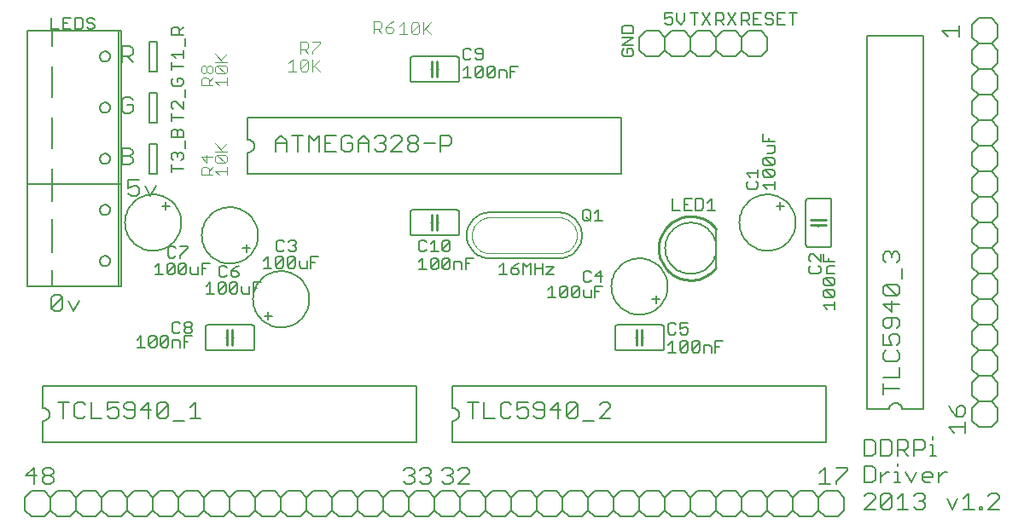
<source format=gto>
G75*
%MOIN*%
%OFA0B0*%
%FSLAX24Y24*%
%IPPOS*%
%LPD*%
%AMOC8*
5,1,8,0,0,1.08239X$1,22.5*
%
%ADD10C,0.0060*%
%ADD11C,0.0070*%
%ADD12C,0.0050*%
%ADD13C,0.0100*%
%ADD14C,0.0040*%
%ADD15C,0.0020*%
%ADD16C,0.0080*%
D10*
X000600Y000600D02*
X001100Y000600D01*
X001350Y000850D01*
X001600Y000600D01*
X002100Y000600D01*
X002350Y000850D01*
X002350Y001350D01*
X002100Y001600D01*
X001600Y001600D01*
X001350Y001350D01*
X001350Y000850D01*
X001350Y001350D02*
X001100Y001600D01*
X000600Y001600D01*
X000350Y001350D01*
X000350Y000850D01*
X000600Y000600D01*
X002350Y000850D02*
X002600Y000600D01*
X003100Y000600D01*
X003350Y000850D01*
X003600Y000600D01*
X004100Y000600D01*
X004350Y000850D01*
X004600Y000600D01*
X005100Y000600D01*
X005350Y000850D01*
X005350Y001350D01*
X005100Y001600D01*
X004600Y001600D01*
X004350Y001350D01*
X004350Y000850D01*
X004350Y001350D02*
X004100Y001600D01*
X003600Y001600D01*
X003350Y001350D01*
X003350Y000850D01*
X003350Y001350D02*
X003100Y001600D01*
X002600Y001600D01*
X002350Y001350D01*
X001452Y001987D02*
X001345Y001880D01*
X001131Y001880D01*
X001025Y001987D01*
X001025Y002094D01*
X001131Y002200D01*
X001345Y002200D01*
X001452Y002094D01*
X001452Y001987D01*
X001345Y002200D02*
X001452Y002307D01*
X001452Y002414D01*
X001345Y002521D01*
X001131Y002521D01*
X001025Y002414D01*
X001025Y002307D01*
X001131Y002200D01*
X000807Y002200D02*
X000380Y002200D01*
X000700Y002521D01*
X000700Y001880D01*
X001050Y003500D02*
X015650Y003500D01*
X015650Y005700D01*
X001050Y005700D01*
X001050Y004850D01*
X001080Y004848D01*
X001110Y004843D01*
X001139Y004834D01*
X001166Y004821D01*
X001192Y004806D01*
X001216Y004787D01*
X001237Y004766D01*
X001256Y004742D01*
X001271Y004716D01*
X001284Y004689D01*
X001293Y004660D01*
X001298Y004630D01*
X001300Y004600D01*
X001298Y004570D01*
X001293Y004540D01*
X001284Y004511D01*
X001271Y004484D01*
X001256Y004458D01*
X001237Y004434D01*
X001216Y004413D01*
X001192Y004394D01*
X001166Y004379D01*
X001139Y004366D01*
X001110Y004357D01*
X001080Y004352D01*
X001050Y004350D01*
X001050Y003500D01*
X005350Y001350D02*
X005600Y001600D01*
X006100Y001600D01*
X006350Y001350D01*
X006600Y001600D01*
X007100Y001600D01*
X007350Y001350D01*
X007600Y001600D01*
X008100Y001600D01*
X008350Y001350D01*
X008350Y000850D01*
X008100Y000600D01*
X007600Y000600D01*
X007350Y000850D01*
X007100Y000600D01*
X006600Y000600D01*
X006350Y000850D01*
X006100Y000600D01*
X005600Y000600D01*
X005350Y000850D01*
X006350Y000850D02*
X006350Y001350D01*
X007350Y001350D02*
X007350Y000850D01*
X008350Y000850D02*
X008600Y000600D01*
X009100Y000600D01*
X009350Y000850D01*
X009600Y000600D01*
X010100Y000600D01*
X010350Y000850D01*
X010600Y000600D01*
X011100Y000600D01*
X011350Y000850D01*
X011350Y001350D01*
X011100Y001600D01*
X010600Y001600D01*
X010350Y001350D01*
X010350Y000850D01*
X010350Y001350D02*
X010100Y001600D01*
X009600Y001600D01*
X009350Y001350D01*
X009350Y000850D01*
X009350Y001350D02*
X009100Y001600D01*
X008600Y001600D01*
X008350Y001350D01*
X011350Y001350D02*
X011600Y001600D01*
X012100Y001600D01*
X012350Y001350D01*
X012600Y001600D01*
X013100Y001600D01*
X013350Y001350D01*
X013600Y001600D01*
X014100Y001600D01*
X014350Y001350D01*
X014350Y000850D01*
X014100Y000600D01*
X013600Y000600D01*
X013350Y000850D01*
X013100Y000600D01*
X012600Y000600D01*
X012350Y000850D01*
X012100Y000600D01*
X011600Y000600D01*
X011350Y000850D01*
X012350Y000850D02*
X012350Y001350D01*
X013350Y001350D02*
X013350Y000850D01*
X014350Y000850D02*
X014600Y000600D01*
X015100Y000600D01*
X015350Y000850D01*
X015600Y000600D01*
X016100Y000600D01*
X016350Y000850D01*
X016600Y000600D01*
X017100Y000600D01*
X017350Y000850D01*
X017600Y000600D01*
X018100Y000600D01*
X018350Y000850D01*
X018350Y001350D01*
X018100Y001600D01*
X017600Y001600D01*
X017350Y001350D01*
X017350Y000850D01*
X017350Y001350D02*
X017100Y001600D01*
X016600Y001600D01*
X016350Y001350D01*
X016350Y000850D01*
X016350Y001350D01*
X016100Y001600D01*
X015600Y001600D01*
X015350Y001350D01*
X015350Y000850D01*
X015350Y001350D02*
X015100Y001600D01*
X014600Y001600D01*
X014350Y001350D01*
X015130Y001987D02*
X015237Y001880D01*
X015450Y001880D01*
X015557Y001987D01*
X015557Y002094D01*
X015450Y002200D01*
X015344Y002200D01*
X015450Y002200D02*
X015557Y002307D01*
X015557Y002414D01*
X015450Y002521D01*
X015237Y002521D01*
X015130Y002414D01*
X015775Y002414D02*
X015881Y002521D01*
X016095Y002521D01*
X016202Y002414D01*
X016202Y002307D01*
X016095Y002200D01*
X016202Y002094D01*
X016202Y001987D01*
X016095Y001880D01*
X015881Y001880D01*
X015775Y001987D01*
X015988Y002200D02*
X016095Y002200D01*
X016630Y001987D02*
X016737Y001880D01*
X016950Y001880D01*
X017057Y001987D01*
X017057Y002094D01*
X016950Y002200D01*
X016844Y002200D01*
X016950Y002200D02*
X017057Y002307D01*
X017057Y002414D01*
X016950Y002521D01*
X016737Y002521D01*
X016630Y002414D01*
X017275Y002414D02*
X017381Y002521D01*
X017595Y002521D01*
X017702Y002414D01*
X017702Y002307D01*
X017275Y001880D01*
X017702Y001880D01*
X018350Y001350D02*
X018600Y001600D01*
X019100Y001600D01*
X019350Y001350D01*
X019600Y001600D01*
X020100Y001600D01*
X020350Y001350D01*
X020600Y001600D01*
X021100Y001600D01*
X021350Y001350D01*
X021350Y000850D01*
X021100Y000600D01*
X020600Y000600D01*
X020350Y000850D01*
X020100Y000600D01*
X019600Y000600D01*
X019350Y000850D01*
X019100Y000600D01*
X018600Y000600D01*
X018350Y000850D01*
X019350Y000850D02*
X019350Y001350D01*
X020350Y001350D02*
X020350Y000850D01*
X021350Y000850D02*
X021600Y000600D01*
X022100Y000600D01*
X022350Y000850D01*
X022600Y000600D01*
X023100Y000600D01*
X023350Y000850D01*
X023600Y000600D01*
X024100Y000600D01*
X024350Y000850D01*
X024350Y001350D01*
X024100Y001600D01*
X023600Y001600D01*
X023350Y001350D01*
X023350Y000850D01*
X023350Y001350D02*
X023100Y001600D01*
X022600Y001600D01*
X022350Y001350D01*
X022350Y000850D01*
X022350Y001350D02*
X022100Y001600D01*
X021600Y001600D01*
X021350Y001350D01*
X024350Y001350D02*
X024600Y001600D01*
X025100Y001600D01*
X025350Y001350D01*
X025600Y001600D01*
X026100Y001600D01*
X026350Y001350D01*
X026600Y001600D01*
X027100Y001600D01*
X027350Y001350D01*
X027350Y000850D01*
X027100Y000600D01*
X026600Y000600D01*
X026350Y000850D01*
X026100Y000600D01*
X025600Y000600D01*
X025350Y000850D01*
X025100Y000600D01*
X024600Y000600D01*
X024350Y000850D01*
X025350Y000850D02*
X025350Y001350D01*
X026350Y001350D02*
X026350Y000850D01*
X027350Y000850D02*
X027600Y000600D01*
X028100Y000600D01*
X028350Y000850D01*
X028600Y000600D01*
X029100Y000600D01*
X029350Y000850D01*
X029600Y000600D01*
X030100Y000600D01*
X030350Y000850D01*
X030350Y001350D01*
X030100Y001600D01*
X029600Y001600D01*
X029350Y001350D01*
X029350Y000850D01*
X029350Y001350D02*
X029100Y001600D01*
X028600Y001600D01*
X028350Y001350D01*
X028350Y000850D01*
X028350Y001350D02*
X028100Y001600D01*
X027600Y001600D01*
X027350Y001350D01*
X030350Y001350D02*
X030600Y001600D01*
X031100Y001600D01*
X031350Y001350D01*
X031600Y001600D01*
X032100Y001600D01*
X032350Y001350D01*
X032350Y000850D01*
X032100Y000600D01*
X031600Y000600D01*
X031350Y000850D01*
X031100Y000600D01*
X030600Y000600D01*
X030350Y000850D01*
X031350Y000850D02*
X031350Y001350D01*
X031380Y001880D02*
X031807Y001880D01*
X031594Y001880D02*
X031594Y002521D01*
X031380Y002307D01*
X032025Y002521D02*
X032452Y002521D01*
X032452Y002414D01*
X032025Y001987D01*
X032025Y001880D01*
X033130Y001930D02*
X033130Y002571D01*
X033450Y002571D01*
X033557Y002464D01*
X033557Y002037D01*
X033450Y001930D01*
X033130Y001930D01*
X033237Y001521D02*
X033130Y001414D01*
X033237Y001521D02*
X033450Y001521D01*
X033557Y001414D01*
X033557Y001307D01*
X033130Y000880D01*
X033557Y000880D01*
X033775Y000987D02*
X034202Y001414D01*
X034202Y000987D01*
X034095Y000880D01*
X033881Y000880D01*
X033775Y000987D01*
X033775Y001414D01*
X033881Y001521D01*
X034095Y001521D01*
X034202Y001414D01*
X034419Y001307D02*
X034633Y001521D01*
X034633Y000880D01*
X034846Y000880D02*
X034419Y000880D01*
X035064Y000987D02*
X035170Y000880D01*
X035384Y000880D01*
X035491Y000987D01*
X035491Y001094D01*
X035384Y001200D01*
X035277Y001200D01*
X035384Y001200D02*
X035491Y001307D01*
X035491Y001414D01*
X035384Y001521D01*
X035170Y001521D01*
X035064Y001414D01*
X034955Y001930D02*
X035168Y002357D01*
X035386Y002250D02*
X035493Y002357D01*
X035706Y002357D01*
X035813Y002250D01*
X035813Y002144D01*
X035386Y002144D01*
X035386Y002250D02*
X035386Y002037D01*
X035493Y001930D01*
X035706Y001930D01*
X036030Y001930D02*
X036030Y002357D01*
X036030Y002144D02*
X036244Y002357D01*
X036351Y002357D01*
X035922Y002980D02*
X035708Y002980D01*
X035815Y002980D02*
X035815Y003407D01*
X035708Y003407D01*
X035815Y003621D02*
X035815Y003727D01*
X035491Y003514D02*
X035384Y003621D01*
X035064Y003621D01*
X035064Y002980D01*
X035064Y003194D02*
X035384Y003194D01*
X035491Y003300D01*
X035491Y003514D01*
X034846Y003514D02*
X034846Y003300D01*
X034739Y003194D01*
X034419Y003194D01*
X034633Y003194D02*
X034846Y002980D01*
X034419Y002980D02*
X034419Y003621D01*
X034739Y003621D01*
X034846Y003514D01*
X034202Y003514D02*
X034202Y003087D01*
X034095Y002980D01*
X033775Y002980D01*
X033775Y003621D01*
X034095Y003621D01*
X034202Y003514D01*
X033557Y003514D02*
X033557Y003087D01*
X033450Y002980D01*
X033130Y002980D01*
X033130Y003621D01*
X033450Y003621D01*
X033557Y003514D01*
X034418Y002677D02*
X034418Y002571D01*
X034418Y002357D02*
X034312Y002357D01*
X034418Y002357D02*
X034418Y001930D01*
X034312Y001930D02*
X034525Y001930D01*
X034955Y001930D02*
X034741Y002357D01*
X034095Y002357D02*
X033988Y002357D01*
X033775Y002144D01*
X033775Y002357D02*
X033775Y001930D01*
X031650Y003500D02*
X031650Y005700D01*
X017050Y005700D01*
X017050Y004850D01*
X017080Y004848D01*
X017110Y004843D01*
X017139Y004834D01*
X017166Y004821D01*
X017192Y004806D01*
X017216Y004787D01*
X017237Y004766D01*
X017256Y004742D01*
X017271Y004716D01*
X017284Y004689D01*
X017293Y004660D01*
X017298Y004630D01*
X017300Y004600D01*
X017298Y004570D01*
X017293Y004540D01*
X017284Y004511D01*
X017271Y004484D01*
X017256Y004458D01*
X017237Y004434D01*
X017216Y004413D01*
X017192Y004394D01*
X017166Y004379D01*
X017139Y004366D01*
X017110Y004357D01*
X017080Y004352D01*
X017050Y004350D01*
X017050Y003500D01*
X031650Y003500D01*
X033250Y004800D02*
X033250Y019400D01*
X035450Y019400D01*
X035450Y004800D01*
X034600Y004800D01*
X034598Y004830D01*
X034593Y004860D01*
X034584Y004889D01*
X034571Y004916D01*
X034556Y004942D01*
X034537Y004966D01*
X034516Y004987D01*
X034492Y005006D01*
X034466Y005021D01*
X034439Y005034D01*
X034410Y005043D01*
X034380Y005048D01*
X034350Y005050D01*
X034320Y005048D01*
X034290Y005043D01*
X034261Y005034D01*
X034234Y005021D01*
X034208Y005006D01*
X034184Y004987D01*
X034163Y004966D01*
X034144Y004942D01*
X034129Y004916D01*
X034116Y004889D01*
X034107Y004860D01*
X034102Y004830D01*
X034100Y004800D01*
X033250Y004800D01*
X036429Y004952D02*
X036536Y004738D01*
X036750Y004525D01*
X036750Y004845D01*
X036856Y004952D01*
X036963Y004952D01*
X037070Y004845D01*
X037070Y004631D01*
X036963Y004525D01*
X036750Y004525D01*
X037070Y004307D02*
X037070Y003880D01*
X037070Y004094D02*
X036429Y004094D01*
X036643Y003880D01*
X037350Y004350D02*
X037600Y004100D01*
X038100Y004100D01*
X038350Y004350D01*
X038350Y004850D01*
X038100Y005100D01*
X038350Y005350D01*
X038350Y005850D01*
X038100Y006100D01*
X037600Y006100D01*
X037350Y005850D01*
X037350Y005350D01*
X037600Y005100D01*
X038100Y005100D01*
X037600Y005100D02*
X037350Y004850D01*
X037350Y004350D01*
X037600Y006100D02*
X037350Y006350D01*
X037350Y006850D01*
X037600Y007100D01*
X037350Y007350D01*
X037350Y007850D01*
X037600Y008100D01*
X037350Y008350D01*
X037350Y008850D01*
X037600Y009100D01*
X038100Y009100D01*
X038350Y008850D01*
X038350Y008350D01*
X038100Y008100D01*
X038350Y007850D01*
X038350Y007350D01*
X038100Y007100D01*
X038350Y006850D01*
X038350Y006350D01*
X038100Y006100D01*
X038100Y007100D02*
X037600Y007100D01*
X037600Y008100D02*
X038100Y008100D01*
X038100Y009100D02*
X038350Y009350D01*
X038350Y009850D01*
X038100Y010100D01*
X038350Y010350D01*
X038350Y010850D01*
X038100Y011100D01*
X038350Y011350D01*
X038350Y011850D01*
X038100Y012100D01*
X037600Y012100D01*
X037350Y011850D01*
X037350Y011350D01*
X037600Y011100D01*
X038100Y011100D01*
X037600Y011100D02*
X037350Y010850D01*
X037350Y010350D01*
X037600Y010100D01*
X038100Y010100D01*
X037600Y010100D02*
X037350Y009850D01*
X037350Y009350D01*
X037600Y009100D01*
X037600Y012100D02*
X037350Y012350D01*
X037350Y012850D01*
X037600Y013100D01*
X037350Y013350D01*
X037350Y013850D01*
X037600Y014100D01*
X037350Y014350D01*
X037350Y014850D01*
X037600Y015100D01*
X038100Y015100D01*
X038350Y014850D01*
X038350Y014350D01*
X038100Y014100D01*
X038350Y013850D01*
X038350Y013350D01*
X038100Y013100D01*
X038350Y012850D01*
X038350Y012350D01*
X038100Y012100D01*
X038100Y013100D02*
X037600Y013100D01*
X037600Y014100D02*
X038100Y014100D01*
X038100Y015100D02*
X038350Y015350D01*
X038350Y015850D01*
X038100Y016100D01*
X038350Y016350D01*
X038350Y016850D01*
X038100Y017100D01*
X038350Y017350D01*
X038350Y017850D01*
X038100Y018100D01*
X037600Y018100D01*
X037350Y017850D01*
X037350Y017350D01*
X037600Y017100D01*
X038100Y017100D01*
X037600Y017100D02*
X037350Y016850D01*
X037350Y016350D01*
X037600Y016100D01*
X038100Y016100D01*
X037600Y016100D02*
X037350Y015850D01*
X037350Y015350D01*
X037600Y015100D01*
X037600Y018100D02*
X037350Y018350D01*
X037350Y018850D01*
X037600Y019100D01*
X037350Y019350D01*
X037350Y019850D01*
X037600Y020100D01*
X038100Y020100D01*
X038350Y019850D01*
X038350Y019350D01*
X038100Y019100D01*
X038350Y018850D01*
X038350Y018350D01*
X038100Y018100D01*
X038100Y019100D02*
X037600Y019100D01*
X036820Y019380D02*
X036820Y019807D01*
X036820Y019594D02*
X036179Y019594D01*
X036393Y019380D01*
X029350Y019350D02*
X029350Y018850D01*
X029100Y018600D01*
X028600Y018600D01*
X028350Y018850D01*
X028350Y019350D01*
X028600Y019600D01*
X029100Y019600D01*
X029350Y019350D01*
X028350Y019350D02*
X028350Y018850D01*
X028100Y018600D01*
X027600Y018600D01*
X027350Y018850D01*
X027100Y018600D01*
X026600Y018600D01*
X026350Y018850D01*
X026350Y019350D01*
X026600Y019600D01*
X027100Y019600D01*
X027350Y019350D01*
X027350Y018850D01*
X027350Y019350D01*
X027600Y019600D01*
X028100Y019600D01*
X028350Y019350D01*
X026350Y019350D02*
X026350Y018850D01*
X026100Y018600D01*
X025600Y018600D01*
X025350Y018850D01*
X025350Y019350D01*
X025600Y019600D01*
X026100Y019600D01*
X026350Y019350D01*
X025350Y019350D02*
X025350Y018850D01*
X025100Y018600D01*
X024600Y018600D01*
X024350Y018850D01*
X024350Y019350D01*
X024600Y019600D01*
X025100Y019600D01*
X025350Y019350D01*
X023650Y016200D02*
X023650Y014000D01*
X009050Y014000D01*
X009050Y014850D01*
X009080Y014852D01*
X009110Y014857D01*
X009139Y014866D01*
X009166Y014879D01*
X009192Y014894D01*
X009216Y014913D01*
X009237Y014934D01*
X009256Y014958D01*
X009271Y014984D01*
X009284Y015011D01*
X009293Y015040D01*
X009298Y015070D01*
X009300Y015100D01*
X009298Y015130D01*
X009293Y015160D01*
X009284Y015189D01*
X009271Y015216D01*
X009256Y015242D01*
X009237Y015266D01*
X009216Y015287D01*
X009192Y015306D01*
X009166Y015321D01*
X009139Y015334D01*
X009110Y015343D01*
X009080Y015348D01*
X009050Y015350D01*
X009050Y016200D01*
X023650Y016200D01*
X017300Y017700D02*
X017300Y018500D01*
X017298Y018517D01*
X017294Y018534D01*
X017287Y018550D01*
X017277Y018564D01*
X017264Y018577D01*
X017250Y018587D01*
X017234Y018594D01*
X017217Y018598D01*
X017200Y018600D01*
X015500Y018600D01*
X015483Y018598D01*
X015466Y018594D01*
X015450Y018587D01*
X015436Y018577D01*
X015423Y018564D01*
X015413Y018550D01*
X015406Y018534D01*
X015402Y018517D01*
X015400Y018500D01*
X015400Y017700D01*
X015402Y017683D01*
X015406Y017666D01*
X015413Y017650D01*
X015423Y017636D01*
X015436Y017623D01*
X015450Y017613D01*
X015466Y017606D01*
X015483Y017602D01*
X015500Y017600D01*
X017200Y017600D01*
X017217Y017602D01*
X017234Y017606D01*
X017250Y017613D01*
X017264Y017623D01*
X017277Y017636D01*
X017287Y017650D01*
X017294Y017666D01*
X017298Y017683D01*
X017300Y017700D01*
X016500Y018100D02*
X016450Y018100D01*
X016250Y018100D02*
X016200Y018100D01*
X006000Y012750D02*
X005850Y012750D01*
X005850Y012600D01*
X005850Y012750D02*
X005700Y012750D01*
X005850Y012750D02*
X005850Y012900D01*
X005238Y013130D02*
X005452Y013557D01*
X005025Y013557D02*
X005238Y013130D01*
X004807Y013237D02*
X004807Y013450D01*
X004700Y013557D01*
X004594Y013557D01*
X004380Y013450D01*
X004380Y013771D01*
X004807Y013771D01*
X005200Y014020D02*
X005200Y015160D01*
X005500Y015160D01*
X005500Y014020D01*
X005200Y014020D01*
X004557Y014487D02*
X004450Y014380D01*
X004130Y014380D01*
X004130Y015021D01*
X004450Y015021D01*
X004557Y014914D01*
X004557Y014807D01*
X004450Y014700D01*
X004130Y014700D01*
X004450Y014700D02*
X004557Y014594D01*
X004557Y014487D01*
X003270Y014600D02*
X003272Y014628D01*
X003278Y014655D01*
X003287Y014681D01*
X003300Y014706D01*
X003317Y014729D01*
X003336Y014749D01*
X003358Y014766D01*
X003382Y014780D01*
X003408Y014790D01*
X003435Y014797D01*
X003463Y014800D01*
X003491Y014799D01*
X003518Y014794D01*
X003545Y014785D01*
X003570Y014773D01*
X003593Y014758D01*
X003614Y014739D01*
X003632Y014718D01*
X003647Y014694D01*
X003658Y014668D01*
X003666Y014642D01*
X003670Y014614D01*
X003670Y014586D01*
X003666Y014558D01*
X003658Y014532D01*
X003647Y014506D01*
X003632Y014482D01*
X003614Y014461D01*
X003593Y014442D01*
X003570Y014427D01*
X003545Y014415D01*
X003518Y014406D01*
X003491Y014401D01*
X003463Y014400D01*
X003435Y014403D01*
X003408Y014410D01*
X003382Y014420D01*
X003358Y014434D01*
X003336Y014451D01*
X003317Y014471D01*
X003300Y014494D01*
X003287Y014519D01*
X003278Y014545D01*
X003272Y014572D01*
X003270Y014600D01*
X004000Y013600D02*
X001400Y013600D01*
X000450Y013600D01*
X000450Y019600D01*
X001400Y019600D01*
X001400Y019000D01*
X001400Y019600D02*
X004000Y019600D01*
X004100Y019600D01*
X004100Y013600D01*
X004000Y013600D01*
X004000Y019600D01*
X004130Y019021D02*
X004450Y019021D01*
X004557Y018914D01*
X004557Y018700D01*
X004450Y018594D01*
X004130Y018594D01*
X004344Y018594D02*
X004557Y018380D01*
X004130Y018380D02*
X004130Y019021D01*
X003270Y018600D02*
X003272Y018628D01*
X003278Y018655D01*
X003287Y018681D01*
X003300Y018706D01*
X003317Y018729D01*
X003336Y018749D01*
X003358Y018766D01*
X003382Y018780D01*
X003408Y018790D01*
X003435Y018797D01*
X003463Y018800D01*
X003491Y018799D01*
X003518Y018794D01*
X003545Y018785D01*
X003570Y018773D01*
X003593Y018758D01*
X003614Y018739D01*
X003632Y018718D01*
X003647Y018694D01*
X003658Y018668D01*
X003666Y018642D01*
X003670Y018614D01*
X003670Y018586D01*
X003666Y018558D01*
X003658Y018532D01*
X003647Y018506D01*
X003632Y018482D01*
X003614Y018461D01*
X003593Y018442D01*
X003570Y018427D01*
X003545Y018415D01*
X003518Y018406D01*
X003491Y018401D01*
X003463Y018400D01*
X003435Y018403D01*
X003408Y018410D01*
X003382Y018420D01*
X003358Y018434D01*
X003336Y018451D01*
X003317Y018471D01*
X003300Y018494D01*
X003287Y018519D01*
X003278Y018545D01*
X003272Y018572D01*
X003270Y018600D01*
X001400Y018200D02*
X001400Y017000D01*
X001400Y016200D02*
X001400Y015000D01*
X001400Y014200D02*
X001400Y013600D01*
X000450Y013600D01*
X000450Y009600D01*
X001400Y009600D01*
X004000Y009600D01*
X004100Y009600D01*
X004100Y013600D01*
X004000Y013600D01*
X001400Y013600D01*
X001400Y012950D01*
X001400Y012250D02*
X001400Y010950D01*
X001400Y010250D02*
X001400Y009600D01*
X001487Y009271D02*
X001700Y009271D01*
X001807Y009164D01*
X001380Y008737D01*
X001487Y008630D01*
X001700Y008630D01*
X001807Y008737D01*
X001807Y009164D01*
X002025Y009057D02*
X002238Y008630D01*
X002452Y009057D01*
X001487Y009271D02*
X001380Y009164D01*
X001380Y008737D01*
X004000Y009600D02*
X004000Y013600D01*
X004380Y013237D02*
X004487Y013130D01*
X004700Y013130D01*
X004807Y013237D01*
X003270Y012600D02*
X003272Y012628D01*
X003278Y012655D01*
X003287Y012681D01*
X003300Y012706D01*
X003317Y012729D01*
X003336Y012749D01*
X003358Y012766D01*
X003382Y012780D01*
X003408Y012790D01*
X003435Y012797D01*
X003463Y012800D01*
X003491Y012799D01*
X003518Y012794D01*
X003545Y012785D01*
X003570Y012773D01*
X003593Y012758D01*
X003614Y012739D01*
X003632Y012718D01*
X003647Y012694D01*
X003658Y012668D01*
X003666Y012642D01*
X003670Y012614D01*
X003670Y012586D01*
X003666Y012558D01*
X003658Y012532D01*
X003647Y012506D01*
X003632Y012482D01*
X003614Y012461D01*
X003593Y012442D01*
X003570Y012427D01*
X003545Y012415D01*
X003518Y012406D01*
X003491Y012401D01*
X003463Y012400D01*
X003435Y012403D01*
X003408Y012410D01*
X003382Y012420D01*
X003358Y012434D01*
X003336Y012451D01*
X003317Y012471D01*
X003300Y012494D01*
X003287Y012519D01*
X003278Y012545D01*
X003272Y012572D01*
X003270Y012600D01*
X004250Y012100D02*
X004252Y012166D01*
X004258Y012231D01*
X004268Y012296D01*
X004281Y012361D01*
X004299Y012424D01*
X004320Y012487D01*
X004345Y012547D01*
X004374Y012607D01*
X004406Y012664D01*
X004441Y012720D01*
X004480Y012773D01*
X004522Y012824D01*
X004566Y012872D01*
X004614Y012917D01*
X004664Y012960D01*
X004717Y012999D01*
X004772Y013036D01*
X004829Y013069D01*
X004888Y013098D01*
X004948Y013124D01*
X005010Y013146D01*
X005073Y013165D01*
X005137Y013179D01*
X005202Y013190D01*
X005268Y013197D01*
X005334Y013200D01*
X005399Y013199D01*
X005465Y013194D01*
X005530Y013185D01*
X005595Y013172D01*
X005658Y013156D01*
X005721Y013136D01*
X005782Y013111D01*
X005842Y013084D01*
X005900Y013053D01*
X005956Y013018D01*
X006010Y012980D01*
X006061Y012939D01*
X006110Y012895D01*
X006156Y012848D01*
X006200Y012799D01*
X006240Y012747D01*
X006277Y012692D01*
X006311Y012636D01*
X006341Y012577D01*
X006368Y012517D01*
X006391Y012456D01*
X006410Y012393D01*
X006426Y012329D01*
X006438Y012264D01*
X006446Y012199D01*
X006450Y012133D01*
X006450Y012067D01*
X006446Y012001D01*
X006438Y011936D01*
X006426Y011871D01*
X006410Y011807D01*
X006391Y011744D01*
X006368Y011683D01*
X006341Y011623D01*
X006311Y011564D01*
X006277Y011508D01*
X006240Y011453D01*
X006200Y011401D01*
X006156Y011352D01*
X006110Y011305D01*
X006061Y011261D01*
X006010Y011220D01*
X005956Y011182D01*
X005900Y011147D01*
X005842Y011116D01*
X005782Y011089D01*
X005721Y011064D01*
X005658Y011044D01*
X005595Y011028D01*
X005530Y011015D01*
X005465Y011006D01*
X005399Y011001D01*
X005334Y011000D01*
X005268Y011003D01*
X005202Y011010D01*
X005137Y011021D01*
X005073Y011035D01*
X005010Y011054D01*
X004948Y011076D01*
X004888Y011102D01*
X004829Y011131D01*
X004772Y011164D01*
X004717Y011201D01*
X004664Y011240D01*
X004614Y011283D01*
X004566Y011328D01*
X004522Y011376D01*
X004480Y011427D01*
X004441Y011480D01*
X004406Y011536D01*
X004374Y011593D01*
X004345Y011653D01*
X004320Y011713D01*
X004299Y011776D01*
X004281Y011839D01*
X004268Y011904D01*
X004258Y011969D01*
X004252Y012034D01*
X004250Y012100D01*
X003270Y010600D02*
X003272Y010628D01*
X003278Y010655D01*
X003287Y010681D01*
X003300Y010706D01*
X003317Y010729D01*
X003336Y010749D01*
X003358Y010766D01*
X003382Y010780D01*
X003408Y010790D01*
X003435Y010797D01*
X003463Y010800D01*
X003491Y010799D01*
X003518Y010794D01*
X003545Y010785D01*
X003570Y010773D01*
X003593Y010758D01*
X003614Y010739D01*
X003632Y010718D01*
X003647Y010694D01*
X003658Y010668D01*
X003666Y010642D01*
X003670Y010614D01*
X003670Y010586D01*
X003666Y010558D01*
X003658Y010532D01*
X003647Y010506D01*
X003632Y010482D01*
X003614Y010461D01*
X003593Y010442D01*
X003570Y010427D01*
X003545Y010415D01*
X003518Y010406D01*
X003491Y010401D01*
X003463Y010400D01*
X003435Y010403D01*
X003408Y010410D01*
X003382Y010420D01*
X003358Y010434D01*
X003336Y010451D01*
X003317Y010471D01*
X003300Y010494D01*
X003287Y010519D01*
X003278Y010545D01*
X003272Y010572D01*
X003270Y010600D01*
X007500Y008100D02*
X009200Y008100D01*
X009217Y008098D01*
X009234Y008094D01*
X009250Y008087D01*
X009264Y008077D01*
X009277Y008064D01*
X009287Y008050D01*
X009294Y008034D01*
X009298Y008017D01*
X009300Y008000D01*
X009300Y007200D01*
X009298Y007183D01*
X009294Y007166D01*
X009287Y007150D01*
X009277Y007136D01*
X009264Y007123D01*
X009250Y007113D01*
X009234Y007106D01*
X009217Y007102D01*
X009200Y007100D01*
X007500Y007100D01*
X007483Y007102D01*
X007466Y007106D01*
X007450Y007113D01*
X007436Y007123D01*
X007423Y007136D01*
X007413Y007150D01*
X007406Y007166D01*
X007402Y007183D01*
X007400Y007200D01*
X007400Y008000D01*
X007402Y008017D01*
X007406Y008034D01*
X007413Y008050D01*
X007423Y008064D01*
X007436Y008077D01*
X007450Y008087D01*
X007466Y008094D01*
X007483Y008098D01*
X007500Y008100D01*
X008200Y007600D02*
X008250Y007600D01*
X008450Y007600D02*
X008500Y007600D01*
X009700Y008450D02*
X009850Y008450D01*
X009850Y008600D01*
X009850Y008450D02*
X010000Y008450D01*
X009850Y008450D02*
X009850Y008300D01*
X009250Y009100D02*
X009252Y009166D01*
X009258Y009231D01*
X009268Y009296D01*
X009281Y009361D01*
X009299Y009424D01*
X009320Y009487D01*
X009345Y009547D01*
X009374Y009607D01*
X009406Y009664D01*
X009441Y009720D01*
X009480Y009773D01*
X009522Y009824D01*
X009566Y009872D01*
X009614Y009917D01*
X009664Y009960D01*
X009717Y009999D01*
X009772Y010036D01*
X009829Y010069D01*
X009888Y010098D01*
X009948Y010124D01*
X010010Y010146D01*
X010073Y010165D01*
X010137Y010179D01*
X010202Y010190D01*
X010268Y010197D01*
X010334Y010200D01*
X010399Y010199D01*
X010465Y010194D01*
X010530Y010185D01*
X010595Y010172D01*
X010658Y010156D01*
X010721Y010136D01*
X010782Y010111D01*
X010842Y010084D01*
X010900Y010053D01*
X010956Y010018D01*
X011010Y009980D01*
X011061Y009939D01*
X011110Y009895D01*
X011156Y009848D01*
X011200Y009799D01*
X011240Y009747D01*
X011277Y009692D01*
X011311Y009636D01*
X011341Y009577D01*
X011368Y009517D01*
X011391Y009456D01*
X011410Y009393D01*
X011426Y009329D01*
X011438Y009264D01*
X011446Y009199D01*
X011450Y009133D01*
X011450Y009067D01*
X011446Y009001D01*
X011438Y008936D01*
X011426Y008871D01*
X011410Y008807D01*
X011391Y008744D01*
X011368Y008683D01*
X011341Y008623D01*
X011311Y008564D01*
X011277Y008508D01*
X011240Y008453D01*
X011200Y008401D01*
X011156Y008352D01*
X011110Y008305D01*
X011061Y008261D01*
X011010Y008220D01*
X010956Y008182D01*
X010900Y008147D01*
X010842Y008116D01*
X010782Y008089D01*
X010721Y008064D01*
X010658Y008044D01*
X010595Y008028D01*
X010530Y008015D01*
X010465Y008006D01*
X010399Y008001D01*
X010334Y008000D01*
X010268Y008003D01*
X010202Y008010D01*
X010137Y008021D01*
X010073Y008035D01*
X010010Y008054D01*
X009948Y008076D01*
X009888Y008102D01*
X009829Y008131D01*
X009772Y008164D01*
X009717Y008201D01*
X009664Y008240D01*
X009614Y008283D01*
X009566Y008328D01*
X009522Y008376D01*
X009480Y008427D01*
X009441Y008480D01*
X009406Y008536D01*
X009374Y008593D01*
X009345Y008653D01*
X009320Y008713D01*
X009299Y008776D01*
X009281Y008839D01*
X009268Y008904D01*
X009258Y008969D01*
X009252Y009034D01*
X009250Y009100D01*
X009000Y010950D02*
X009000Y011100D01*
X008850Y011100D01*
X009000Y011100D02*
X009000Y011250D01*
X009000Y011100D02*
X009150Y011100D01*
X007250Y011600D02*
X007252Y011666D01*
X007258Y011731D01*
X007268Y011796D01*
X007281Y011861D01*
X007299Y011924D01*
X007320Y011987D01*
X007345Y012047D01*
X007374Y012107D01*
X007406Y012164D01*
X007441Y012220D01*
X007480Y012273D01*
X007522Y012324D01*
X007566Y012372D01*
X007614Y012417D01*
X007664Y012460D01*
X007717Y012499D01*
X007772Y012536D01*
X007829Y012569D01*
X007888Y012598D01*
X007948Y012624D01*
X008010Y012646D01*
X008073Y012665D01*
X008137Y012679D01*
X008202Y012690D01*
X008268Y012697D01*
X008334Y012700D01*
X008399Y012699D01*
X008465Y012694D01*
X008530Y012685D01*
X008595Y012672D01*
X008658Y012656D01*
X008721Y012636D01*
X008782Y012611D01*
X008842Y012584D01*
X008900Y012553D01*
X008956Y012518D01*
X009010Y012480D01*
X009061Y012439D01*
X009110Y012395D01*
X009156Y012348D01*
X009200Y012299D01*
X009240Y012247D01*
X009277Y012192D01*
X009311Y012136D01*
X009341Y012077D01*
X009368Y012017D01*
X009391Y011956D01*
X009410Y011893D01*
X009426Y011829D01*
X009438Y011764D01*
X009446Y011699D01*
X009450Y011633D01*
X009450Y011567D01*
X009446Y011501D01*
X009438Y011436D01*
X009426Y011371D01*
X009410Y011307D01*
X009391Y011244D01*
X009368Y011183D01*
X009341Y011123D01*
X009311Y011064D01*
X009277Y011008D01*
X009240Y010953D01*
X009200Y010901D01*
X009156Y010852D01*
X009110Y010805D01*
X009061Y010761D01*
X009010Y010720D01*
X008956Y010682D01*
X008900Y010647D01*
X008842Y010616D01*
X008782Y010589D01*
X008721Y010564D01*
X008658Y010544D01*
X008595Y010528D01*
X008530Y010515D01*
X008465Y010506D01*
X008399Y010501D01*
X008334Y010500D01*
X008268Y010503D01*
X008202Y010510D01*
X008137Y010521D01*
X008073Y010535D01*
X008010Y010554D01*
X007948Y010576D01*
X007888Y010602D01*
X007829Y010631D01*
X007772Y010664D01*
X007717Y010701D01*
X007664Y010740D01*
X007614Y010783D01*
X007566Y010828D01*
X007522Y010876D01*
X007480Y010927D01*
X007441Y010980D01*
X007406Y011036D01*
X007374Y011093D01*
X007345Y011153D01*
X007320Y011213D01*
X007299Y011276D01*
X007281Y011339D01*
X007268Y011404D01*
X007258Y011469D01*
X007252Y011534D01*
X007250Y011600D01*
X005500Y016020D02*
X005200Y016020D01*
X005200Y017160D01*
X005500Y017160D01*
X005500Y016020D01*
X004557Y016487D02*
X004557Y016700D01*
X004344Y016700D01*
X004557Y016487D02*
X004450Y016380D01*
X004237Y016380D01*
X004130Y016487D01*
X004130Y016914D01*
X004237Y017021D01*
X004450Y017021D01*
X004557Y016914D01*
X003270Y016600D02*
X003272Y016628D01*
X003278Y016655D01*
X003287Y016681D01*
X003300Y016706D01*
X003317Y016729D01*
X003336Y016749D01*
X003358Y016766D01*
X003382Y016780D01*
X003408Y016790D01*
X003435Y016797D01*
X003463Y016800D01*
X003491Y016799D01*
X003518Y016794D01*
X003545Y016785D01*
X003570Y016773D01*
X003593Y016758D01*
X003614Y016739D01*
X003632Y016718D01*
X003647Y016694D01*
X003658Y016668D01*
X003666Y016642D01*
X003670Y016614D01*
X003670Y016586D01*
X003666Y016558D01*
X003658Y016532D01*
X003647Y016506D01*
X003632Y016482D01*
X003614Y016461D01*
X003593Y016442D01*
X003570Y016427D01*
X003545Y016415D01*
X003518Y016406D01*
X003491Y016401D01*
X003463Y016400D01*
X003435Y016403D01*
X003408Y016410D01*
X003382Y016420D01*
X003358Y016434D01*
X003336Y016451D01*
X003317Y016471D01*
X003300Y016494D01*
X003287Y016519D01*
X003278Y016545D01*
X003272Y016572D01*
X003270Y016600D01*
X005200Y018020D02*
X005200Y019160D01*
X005500Y019160D01*
X005500Y018020D01*
X005200Y018020D01*
X015400Y012500D02*
X015400Y011700D01*
X015402Y011683D01*
X015406Y011666D01*
X015413Y011650D01*
X015423Y011636D01*
X015436Y011623D01*
X015450Y011613D01*
X015466Y011606D01*
X015483Y011602D01*
X015500Y011600D01*
X017200Y011600D01*
X017217Y011602D01*
X017234Y011606D01*
X017250Y011613D01*
X017264Y011623D01*
X017277Y011636D01*
X017287Y011650D01*
X017294Y011666D01*
X017298Y011683D01*
X017300Y011700D01*
X017300Y012500D01*
X017298Y012517D01*
X017294Y012534D01*
X017287Y012550D01*
X017277Y012564D01*
X017264Y012577D01*
X017250Y012587D01*
X017234Y012594D01*
X017217Y012598D01*
X017200Y012600D01*
X015500Y012600D01*
X015483Y012598D01*
X015466Y012594D01*
X015450Y012587D01*
X015436Y012577D01*
X015423Y012564D01*
X015413Y012550D01*
X015406Y012534D01*
X015402Y012517D01*
X015400Y012500D01*
X016200Y012100D02*
X016250Y012100D01*
X016450Y012100D02*
X016500Y012100D01*
X018500Y012500D02*
X021200Y012500D01*
X021259Y012498D01*
X021317Y012492D01*
X021376Y012483D01*
X021433Y012469D01*
X021489Y012452D01*
X021544Y012431D01*
X021598Y012407D01*
X021650Y012379D01*
X021700Y012348D01*
X021748Y012314D01*
X021793Y012277D01*
X021836Y012236D01*
X021877Y012193D01*
X021914Y012148D01*
X021948Y012100D01*
X021979Y012050D01*
X022007Y011998D01*
X022031Y011944D01*
X022052Y011889D01*
X022069Y011833D01*
X022083Y011776D01*
X022092Y011717D01*
X022098Y011659D01*
X022100Y011600D01*
X022098Y011541D01*
X022092Y011483D01*
X022083Y011424D01*
X022069Y011367D01*
X022052Y011311D01*
X022031Y011256D01*
X022007Y011202D01*
X021979Y011150D01*
X021948Y011100D01*
X021914Y011052D01*
X021877Y011007D01*
X021836Y010964D01*
X021793Y010923D01*
X021748Y010886D01*
X021700Y010852D01*
X021650Y010821D01*
X021598Y010793D01*
X021544Y010769D01*
X021489Y010748D01*
X021433Y010731D01*
X021376Y010717D01*
X021317Y010708D01*
X021259Y010702D01*
X021200Y010700D01*
X018500Y010700D01*
X018441Y010702D01*
X018383Y010708D01*
X018324Y010717D01*
X018267Y010731D01*
X018211Y010748D01*
X018156Y010769D01*
X018102Y010793D01*
X018050Y010821D01*
X018000Y010852D01*
X017952Y010886D01*
X017907Y010923D01*
X017864Y010964D01*
X017823Y011007D01*
X017786Y011052D01*
X017752Y011100D01*
X017721Y011150D01*
X017693Y011202D01*
X017669Y011256D01*
X017648Y011311D01*
X017631Y011367D01*
X017617Y011424D01*
X017608Y011483D01*
X017602Y011541D01*
X017600Y011600D01*
X017602Y011659D01*
X017608Y011717D01*
X017617Y011776D01*
X017631Y011833D01*
X017648Y011889D01*
X017669Y011944D01*
X017693Y011998D01*
X017721Y012050D01*
X017752Y012100D01*
X017786Y012148D01*
X017823Y012193D01*
X017864Y012236D01*
X017907Y012277D01*
X017952Y012314D01*
X018000Y012348D01*
X018050Y012379D01*
X018102Y012407D01*
X018156Y012431D01*
X018211Y012452D01*
X018267Y012469D01*
X018324Y012483D01*
X018383Y012492D01*
X018441Y012498D01*
X018500Y012500D01*
X023250Y009600D02*
X023252Y009666D01*
X023258Y009731D01*
X023268Y009796D01*
X023281Y009861D01*
X023299Y009924D01*
X023320Y009987D01*
X023345Y010047D01*
X023374Y010107D01*
X023406Y010164D01*
X023441Y010220D01*
X023480Y010273D01*
X023522Y010324D01*
X023566Y010372D01*
X023614Y010417D01*
X023664Y010460D01*
X023717Y010499D01*
X023772Y010536D01*
X023829Y010569D01*
X023888Y010598D01*
X023948Y010624D01*
X024010Y010646D01*
X024073Y010665D01*
X024137Y010679D01*
X024202Y010690D01*
X024268Y010697D01*
X024334Y010700D01*
X024399Y010699D01*
X024465Y010694D01*
X024530Y010685D01*
X024595Y010672D01*
X024658Y010656D01*
X024721Y010636D01*
X024782Y010611D01*
X024842Y010584D01*
X024900Y010553D01*
X024956Y010518D01*
X025010Y010480D01*
X025061Y010439D01*
X025110Y010395D01*
X025156Y010348D01*
X025200Y010299D01*
X025240Y010247D01*
X025277Y010192D01*
X025311Y010136D01*
X025341Y010077D01*
X025368Y010017D01*
X025391Y009956D01*
X025410Y009893D01*
X025426Y009829D01*
X025438Y009764D01*
X025446Y009699D01*
X025450Y009633D01*
X025450Y009567D01*
X025446Y009501D01*
X025438Y009436D01*
X025426Y009371D01*
X025410Y009307D01*
X025391Y009244D01*
X025368Y009183D01*
X025341Y009123D01*
X025311Y009064D01*
X025277Y009008D01*
X025240Y008953D01*
X025200Y008901D01*
X025156Y008852D01*
X025110Y008805D01*
X025061Y008761D01*
X025010Y008720D01*
X024956Y008682D01*
X024900Y008647D01*
X024842Y008616D01*
X024782Y008589D01*
X024721Y008564D01*
X024658Y008544D01*
X024595Y008528D01*
X024530Y008515D01*
X024465Y008506D01*
X024399Y008501D01*
X024334Y008500D01*
X024268Y008503D01*
X024202Y008510D01*
X024137Y008521D01*
X024073Y008535D01*
X024010Y008554D01*
X023948Y008576D01*
X023888Y008602D01*
X023829Y008631D01*
X023772Y008664D01*
X023717Y008701D01*
X023664Y008740D01*
X023614Y008783D01*
X023566Y008828D01*
X023522Y008876D01*
X023480Y008927D01*
X023441Y008980D01*
X023406Y009036D01*
X023374Y009093D01*
X023345Y009153D01*
X023320Y009213D01*
X023299Y009276D01*
X023281Y009339D01*
X023268Y009404D01*
X023258Y009469D01*
X023252Y009534D01*
X023250Y009600D01*
X024850Y009100D02*
X025000Y009100D01*
X025000Y008950D01*
X025000Y009100D02*
X025000Y009250D01*
X025000Y009100D02*
X025150Y009100D01*
X025200Y008100D02*
X023500Y008100D01*
X023483Y008098D01*
X023466Y008094D01*
X023450Y008087D01*
X023436Y008077D01*
X023423Y008064D01*
X023413Y008050D01*
X023406Y008034D01*
X023402Y008017D01*
X023400Y008000D01*
X023400Y007200D01*
X023402Y007183D01*
X023406Y007166D01*
X023413Y007150D01*
X023423Y007136D01*
X023436Y007123D01*
X023450Y007113D01*
X023466Y007106D01*
X023483Y007102D01*
X023500Y007100D01*
X025200Y007100D01*
X025217Y007102D01*
X025234Y007106D01*
X025250Y007113D01*
X025264Y007123D01*
X025277Y007136D01*
X025287Y007150D01*
X025294Y007166D01*
X025298Y007183D01*
X025300Y007200D01*
X025300Y008000D01*
X025298Y008017D01*
X025294Y008034D01*
X025287Y008050D01*
X025277Y008064D01*
X025264Y008077D01*
X025250Y008087D01*
X025234Y008094D01*
X025217Y008098D01*
X025200Y008100D01*
X024500Y007600D02*
X024450Y007600D01*
X024250Y007600D02*
X024200Y007600D01*
X025350Y011100D02*
X025352Y011163D01*
X025358Y011225D01*
X025368Y011287D01*
X025381Y011349D01*
X025399Y011409D01*
X025420Y011468D01*
X025445Y011526D01*
X025474Y011582D01*
X025506Y011636D01*
X025541Y011688D01*
X025579Y011737D01*
X025621Y011785D01*
X025665Y011829D01*
X025713Y011871D01*
X025762Y011909D01*
X025814Y011944D01*
X025868Y011976D01*
X025924Y012005D01*
X025982Y012030D01*
X026041Y012051D01*
X026101Y012069D01*
X026163Y012082D01*
X026225Y012092D01*
X026287Y012098D01*
X026350Y012100D01*
X026413Y012098D01*
X026475Y012092D01*
X026537Y012082D01*
X026599Y012069D01*
X026659Y012051D01*
X026718Y012030D01*
X026776Y012005D01*
X026832Y011976D01*
X026886Y011944D01*
X026938Y011909D01*
X026987Y011871D01*
X027035Y011829D01*
X027079Y011785D01*
X027121Y011737D01*
X027159Y011688D01*
X027194Y011636D01*
X027226Y011582D01*
X027255Y011526D01*
X027280Y011468D01*
X027301Y011409D01*
X027319Y011349D01*
X027332Y011287D01*
X027342Y011225D01*
X027348Y011163D01*
X027350Y011100D01*
X027348Y011037D01*
X027342Y010975D01*
X027332Y010913D01*
X027319Y010851D01*
X027301Y010791D01*
X027280Y010732D01*
X027255Y010674D01*
X027226Y010618D01*
X027194Y010564D01*
X027159Y010512D01*
X027121Y010463D01*
X027079Y010415D01*
X027035Y010371D01*
X026987Y010329D01*
X026938Y010291D01*
X026886Y010256D01*
X026832Y010224D01*
X026776Y010195D01*
X026718Y010170D01*
X026659Y010149D01*
X026599Y010131D01*
X026537Y010118D01*
X026475Y010108D01*
X026413Y010102D01*
X026350Y010100D01*
X026287Y010102D01*
X026225Y010108D01*
X026163Y010118D01*
X026101Y010131D01*
X026041Y010149D01*
X025982Y010170D01*
X025924Y010195D01*
X025868Y010224D01*
X025814Y010256D01*
X025762Y010291D01*
X025713Y010329D01*
X025665Y010371D01*
X025621Y010415D01*
X025579Y010463D01*
X025541Y010512D01*
X025506Y010564D01*
X025474Y010618D01*
X025445Y010674D01*
X025420Y010732D01*
X025399Y010791D01*
X025381Y010851D01*
X025368Y010913D01*
X025358Y010975D01*
X025352Y011037D01*
X025350Y011100D01*
X028250Y012100D02*
X028252Y012166D01*
X028258Y012231D01*
X028268Y012296D01*
X028281Y012361D01*
X028299Y012424D01*
X028320Y012487D01*
X028345Y012547D01*
X028374Y012607D01*
X028406Y012664D01*
X028441Y012720D01*
X028480Y012773D01*
X028522Y012824D01*
X028566Y012872D01*
X028614Y012917D01*
X028664Y012960D01*
X028717Y012999D01*
X028772Y013036D01*
X028829Y013069D01*
X028888Y013098D01*
X028948Y013124D01*
X029010Y013146D01*
X029073Y013165D01*
X029137Y013179D01*
X029202Y013190D01*
X029268Y013197D01*
X029334Y013200D01*
X029399Y013199D01*
X029465Y013194D01*
X029530Y013185D01*
X029595Y013172D01*
X029658Y013156D01*
X029721Y013136D01*
X029782Y013111D01*
X029842Y013084D01*
X029900Y013053D01*
X029956Y013018D01*
X030010Y012980D01*
X030061Y012939D01*
X030110Y012895D01*
X030156Y012848D01*
X030200Y012799D01*
X030240Y012747D01*
X030277Y012692D01*
X030311Y012636D01*
X030341Y012577D01*
X030368Y012517D01*
X030391Y012456D01*
X030410Y012393D01*
X030426Y012329D01*
X030438Y012264D01*
X030446Y012199D01*
X030450Y012133D01*
X030450Y012067D01*
X030446Y012001D01*
X030438Y011936D01*
X030426Y011871D01*
X030410Y011807D01*
X030391Y011744D01*
X030368Y011683D01*
X030341Y011623D01*
X030311Y011564D01*
X030277Y011508D01*
X030240Y011453D01*
X030200Y011401D01*
X030156Y011352D01*
X030110Y011305D01*
X030061Y011261D01*
X030010Y011220D01*
X029956Y011182D01*
X029900Y011147D01*
X029842Y011116D01*
X029782Y011089D01*
X029721Y011064D01*
X029658Y011044D01*
X029595Y011028D01*
X029530Y011015D01*
X029465Y011006D01*
X029399Y011001D01*
X029334Y011000D01*
X029268Y011003D01*
X029202Y011010D01*
X029137Y011021D01*
X029073Y011035D01*
X029010Y011054D01*
X028948Y011076D01*
X028888Y011102D01*
X028829Y011131D01*
X028772Y011164D01*
X028717Y011201D01*
X028664Y011240D01*
X028614Y011283D01*
X028566Y011328D01*
X028522Y011376D01*
X028480Y011427D01*
X028441Y011480D01*
X028406Y011536D01*
X028374Y011593D01*
X028345Y011653D01*
X028320Y011713D01*
X028299Y011776D01*
X028281Y011839D01*
X028268Y011904D01*
X028258Y011969D01*
X028252Y012034D01*
X028250Y012100D01*
X029700Y012750D02*
X029850Y012750D01*
X030000Y012750D01*
X029850Y012750D02*
X029850Y012600D01*
X029850Y012750D02*
X029850Y012900D01*
X030850Y012950D02*
X030850Y011250D01*
X030852Y011233D01*
X030856Y011216D01*
X030863Y011200D01*
X030873Y011186D01*
X030886Y011173D01*
X030900Y011163D01*
X030916Y011156D01*
X030933Y011152D01*
X030950Y011150D01*
X031750Y011150D01*
X031767Y011152D01*
X031784Y011156D01*
X031800Y011163D01*
X031814Y011173D01*
X031827Y011186D01*
X031837Y011200D01*
X031844Y011216D01*
X031848Y011233D01*
X031850Y011250D01*
X031850Y012950D01*
X031848Y012967D01*
X031844Y012984D01*
X031837Y013000D01*
X031827Y013014D01*
X031814Y013027D01*
X031800Y013037D01*
X031784Y013044D01*
X031767Y013048D01*
X031750Y013050D01*
X030950Y013050D01*
X030933Y013048D01*
X030916Y013044D01*
X030900Y013037D01*
X030886Y013027D01*
X030873Y013014D01*
X030863Y013000D01*
X030856Y012984D01*
X030852Y012967D01*
X030850Y012950D01*
X031350Y012250D02*
X031350Y012200D01*
X031350Y012000D02*
X031350Y011950D01*
X037211Y001521D02*
X037211Y000880D01*
X037424Y000880D02*
X036997Y000880D01*
X036566Y000880D02*
X036780Y001307D01*
X036997Y001307D02*
X037211Y001521D01*
X037964Y001414D02*
X038071Y001521D01*
X038284Y001521D01*
X038391Y001414D01*
X038391Y001307D01*
X037964Y000880D01*
X038391Y000880D01*
X037749Y000880D02*
X037642Y000880D01*
X037642Y000987D01*
X037749Y000987D01*
X037749Y000880D01*
X036566Y000880D02*
X036353Y001307D01*
D11*
X033874Y005385D02*
X033874Y005805D01*
X033874Y005595D02*
X034505Y005595D01*
X034505Y006030D02*
X033874Y006030D01*
X034505Y006030D02*
X034505Y006450D01*
X034400Y006674D02*
X034505Y006779D01*
X034505Y006989D01*
X034400Y007094D01*
X034400Y007319D02*
X034505Y007424D01*
X034505Y007634D01*
X034400Y007739D01*
X034190Y007739D01*
X034085Y007634D01*
X034085Y007529D01*
X034190Y007319D01*
X033874Y007319D01*
X033874Y007739D01*
X033980Y007963D02*
X034085Y007963D01*
X034190Y008068D01*
X034190Y008384D01*
X034400Y008384D02*
X033980Y008384D01*
X033874Y008278D01*
X033874Y008068D01*
X033980Y007963D01*
X034400Y007963D02*
X034505Y008068D01*
X034505Y008278D01*
X034400Y008384D01*
X034190Y008608D02*
X034190Y009028D01*
X034400Y009252D02*
X033980Y009252D01*
X033874Y009357D01*
X033874Y009568D01*
X033980Y009673D01*
X034400Y009252D01*
X034505Y009357D01*
X034505Y009568D01*
X034400Y009673D01*
X033980Y009673D01*
X034610Y009897D02*
X034610Y010317D01*
X034400Y010541D02*
X034505Y010646D01*
X034505Y010857D01*
X034400Y010962D01*
X034295Y010962D01*
X034190Y010857D01*
X034190Y010752D01*
X034190Y010857D02*
X034085Y010962D01*
X033980Y010962D01*
X033874Y010857D01*
X033874Y010646D01*
X033980Y010541D01*
X033874Y008923D02*
X034190Y008608D01*
X034505Y008923D02*
X033874Y008923D01*
X033980Y007094D02*
X033874Y006989D01*
X033874Y006779D01*
X033980Y006674D01*
X034400Y006674D01*
X023212Y004970D02*
X023212Y004865D01*
X022791Y004445D01*
X023212Y004445D01*
X022567Y004340D02*
X022147Y004340D01*
X021923Y004550D02*
X021818Y004445D01*
X021607Y004445D01*
X021502Y004550D01*
X021923Y004970D01*
X021923Y004550D01*
X021502Y004550D02*
X021502Y004970D01*
X021607Y005076D01*
X021818Y005076D01*
X021923Y004970D01*
X021278Y004760D02*
X020858Y004760D01*
X021173Y005076D01*
X021173Y004445D01*
X020634Y004550D02*
X020634Y004970D01*
X020528Y005076D01*
X020318Y005076D01*
X020213Y004970D01*
X020213Y004865D01*
X020318Y004760D01*
X020634Y004760D01*
X020634Y004550D02*
X020528Y004445D01*
X020318Y004445D01*
X020213Y004550D01*
X019989Y004550D02*
X019884Y004445D01*
X019674Y004445D01*
X019569Y004550D01*
X019344Y004550D02*
X019239Y004445D01*
X019029Y004445D01*
X018924Y004550D01*
X018924Y004970D01*
X019029Y005076D01*
X019239Y005076D01*
X019344Y004970D01*
X019569Y005076D02*
X019569Y004760D01*
X019779Y004865D01*
X019884Y004865D01*
X019989Y004760D01*
X019989Y004550D01*
X019989Y005076D02*
X019569Y005076D01*
X018700Y004445D02*
X018280Y004445D01*
X018280Y005076D01*
X018055Y005076D02*
X017635Y005076D01*
X017845Y005076D02*
X017845Y004445D01*
X022791Y004970D02*
X022896Y005076D01*
X023107Y005076D01*
X023212Y004970D01*
X007212Y004445D02*
X006791Y004445D01*
X007002Y004445D02*
X007002Y005076D01*
X006791Y004865D01*
X005923Y004970D02*
X005923Y004550D01*
X005818Y004445D01*
X005607Y004445D01*
X005502Y004550D01*
X005923Y004970D01*
X005818Y005076D01*
X005607Y005076D01*
X005502Y004970D01*
X005502Y004550D01*
X005173Y004445D02*
X005173Y005076D01*
X004858Y004760D01*
X005278Y004760D01*
X004634Y004760D02*
X004318Y004760D01*
X004213Y004865D01*
X004213Y004970D01*
X004318Y005076D01*
X004528Y005076D01*
X004634Y004970D01*
X004634Y004550D01*
X004528Y004445D01*
X004318Y004445D01*
X004213Y004550D01*
X003989Y004550D02*
X003884Y004445D01*
X003674Y004445D01*
X003569Y004550D01*
X003344Y004445D02*
X002924Y004445D01*
X002924Y005076D01*
X002700Y004970D02*
X002595Y005076D01*
X002385Y005076D01*
X002280Y004970D01*
X002280Y004550D01*
X002385Y004445D01*
X002595Y004445D01*
X002700Y004550D01*
X001845Y004445D02*
X001845Y005076D01*
X001635Y005076D02*
X002055Y005076D01*
X003569Y005076D02*
X003569Y004760D01*
X003779Y004865D01*
X003884Y004865D01*
X003989Y004760D01*
X003989Y004550D01*
X003989Y005076D02*
X003569Y005076D01*
X006147Y004340D02*
X006567Y004340D01*
X010135Y014885D02*
X010135Y015305D01*
X010345Y015516D01*
X010555Y015305D01*
X010555Y014885D01*
X010990Y014885D02*
X010990Y015516D01*
X010780Y015516D02*
X011200Y015516D01*
X011424Y015516D02*
X011634Y015305D01*
X011844Y015516D01*
X011844Y014885D01*
X012069Y014885D02*
X012489Y014885D01*
X012713Y014990D02*
X012818Y014885D01*
X013028Y014885D01*
X013134Y014990D01*
X013134Y015200D01*
X012923Y015200D01*
X012713Y015410D02*
X012713Y014990D01*
X012279Y015200D02*
X012069Y015200D01*
X012069Y014885D02*
X012069Y015516D01*
X012489Y015516D01*
X012713Y015410D02*
X012818Y015516D01*
X013028Y015516D01*
X013134Y015410D01*
X013358Y015305D02*
X013568Y015516D01*
X013778Y015305D01*
X013778Y014885D01*
X014002Y014990D02*
X014107Y014885D01*
X014318Y014885D01*
X014423Y014990D01*
X014423Y015095D01*
X014318Y015200D01*
X014212Y015200D01*
X014318Y015200D02*
X014423Y015305D01*
X014423Y015410D01*
X014318Y015516D01*
X014107Y015516D01*
X014002Y015410D01*
X013778Y015200D02*
X013358Y015200D01*
X013358Y015305D02*
X013358Y014885D01*
X014647Y014885D02*
X015067Y015305D01*
X015067Y015410D01*
X014962Y015516D01*
X014752Y015516D01*
X014647Y015410D01*
X015291Y015410D02*
X015291Y015305D01*
X015396Y015200D01*
X015607Y015200D01*
X015712Y015095D01*
X015712Y014990D01*
X015607Y014885D01*
X015396Y014885D01*
X015291Y014990D01*
X015291Y015095D01*
X015396Y015200D01*
X015607Y015200D02*
X015712Y015305D01*
X015712Y015410D01*
X015607Y015516D01*
X015396Y015516D01*
X015291Y015410D01*
X015936Y015200D02*
X016356Y015200D01*
X016580Y015095D02*
X016896Y015095D01*
X017001Y015200D01*
X017001Y015410D01*
X016896Y015516D01*
X016580Y015516D01*
X016580Y014885D01*
X015067Y014885D02*
X014647Y014885D01*
X011424Y014885D02*
X011424Y015516D01*
X010555Y015200D02*
X010135Y015200D01*
D12*
X006600Y015296D02*
X006600Y014996D01*
X006450Y014836D02*
X006525Y014761D01*
X006525Y014610D01*
X006450Y014535D01*
X006300Y014686D02*
X006300Y014761D01*
X006375Y014836D01*
X006450Y014836D01*
X006300Y014761D02*
X006225Y014836D01*
X006150Y014836D01*
X006075Y014761D01*
X006075Y014610D01*
X006150Y014535D01*
X006075Y014375D02*
X006075Y014075D01*
X006075Y014225D02*
X006525Y014225D01*
X006525Y015456D02*
X006075Y015456D01*
X006075Y015681D01*
X006150Y015756D01*
X006225Y015756D01*
X006300Y015681D01*
X006300Y015456D01*
X006525Y015456D02*
X006525Y015681D01*
X006450Y015756D01*
X006375Y015756D01*
X006300Y015681D01*
X006075Y016075D02*
X006075Y016375D01*
X006075Y016225D02*
X006525Y016225D01*
X006525Y016535D02*
X006225Y016836D01*
X006150Y016836D01*
X006075Y016761D01*
X006075Y016610D01*
X006150Y016535D01*
X006525Y016535D02*
X006525Y016836D01*
X006600Y016996D02*
X006600Y017296D01*
X006450Y017456D02*
X006150Y017456D01*
X006075Y017531D01*
X006075Y017681D01*
X006150Y017756D01*
X006300Y017756D02*
X006300Y017606D01*
X006300Y017756D02*
X006450Y017756D01*
X006525Y017681D01*
X006525Y017531D01*
X006450Y017456D01*
X006075Y018075D02*
X006075Y018375D01*
X006075Y018225D02*
X006525Y018225D01*
X006525Y018535D02*
X006525Y018836D01*
X006525Y018686D02*
X006075Y018686D01*
X006225Y018535D01*
X006600Y018996D02*
X006600Y019296D01*
X006525Y019456D02*
X006075Y019456D01*
X006075Y019681D01*
X006150Y019756D01*
X006300Y019756D01*
X006375Y019681D01*
X006375Y019456D01*
X006375Y019606D02*
X006525Y019756D01*
X003056Y019750D02*
X002981Y019675D01*
X002831Y019675D01*
X002756Y019750D01*
X002596Y019750D02*
X002596Y020050D01*
X002521Y020125D01*
X002296Y020125D01*
X002296Y019675D01*
X002521Y019675D01*
X002596Y019750D01*
X002756Y019975D02*
X002831Y019900D01*
X002981Y019900D01*
X003056Y019825D01*
X003056Y019750D01*
X003056Y020050D02*
X002981Y020125D01*
X002831Y020125D01*
X002756Y020050D01*
X002756Y019975D01*
X002136Y020125D02*
X001835Y020125D01*
X001835Y019675D01*
X002136Y019675D01*
X001986Y019900D02*
X001835Y019900D01*
X001675Y019675D02*
X001375Y019675D01*
X001375Y020125D01*
X017475Y018850D02*
X017475Y018550D01*
X017550Y018475D01*
X017700Y018475D01*
X017775Y018550D01*
X017935Y018550D02*
X018010Y018475D01*
X018161Y018475D01*
X018236Y018550D01*
X018236Y018850D01*
X018161Y018925D01*
X018010Y018925D01*
X017935Y018850D01*
X017935Y018775D01*
X018010Y018700D01*
X018236Y018700D01*
X017775Y018850D02*
X017700Y018925D01*
X017550Y018925D01*
X017475Y018850D01*
X017625Y018225D02*
X017625Y017775D01*
X017475Y017775D02*
X017775Y017775D01*
X017935Y017850D02*
X018236Y018150D01*
X018236Y017850D01*
X018161Y017775D01*
X018010Y017775D01*
X017935Y017850D01*
X017935Y018150D01*
X018010Y018225D01*
X018161Y018225D01*
X018236Y018150D01*
X018396Y018150D02*
X018396Y017850D01*
X018696Y018150D01*
X018696Y017850D01*
X018621Y017775D01*
X018471Y017775D01*
X018396Y017850D01*
X018396Y018150D02*
X018471Y018225D01*
X018621Y018225D01*
X018696Y018150D01*
X018856Y018075D02*
X019081Y018075D01*
X019156Y018000D01*
X019156Y017775D01*
X019317Y017775D02*
X019317Y018225D01*
X019617Y018225D01*
X019467Y018000D02*
X019317Y018000D01*
X018856Y018075D02*
X018856Y017775D01*
X017625Y018225D02*
X017475Y018075D01*
X023655Y018670D02*
X023730Y018595D01*
X024030Y018595D01*
X024105Y018670D01*
X024105Y018820D01*
X024030Y018895D01*
X023880Y018895D01*
X023880Y018745D01*
X023730Y018895D02*
X023655Y018820D01*
X023655Y018670D01*
X023655Y019055D02*
X024105Y019356D01*
X023655Y019356D01*
X023655Y019516D02*
X023655Y019741D01*
X023730Y019816D01*
X024030Y019816D01*
X024105Y019741D01*
X024105Y019516D01*
X023655Y019516D01*
X023655Y019055D02*
X024105Y019055D01*
X025345Y019920D02*
X025420Y019845D01*
X025570Y019845D01*
X025645Y019920D01*
X025645Y020070D01*
X025570Y020145D01*
X025495Y020145D01*
X025345Y020070D01*
X025345Y020295D01*
X025645Y020295D01*
X025805Y020295D02*
X025805Y019995D01*
X025956Y019845D01*
X026106Y019995D01*
X026106Y020295D01*
X026345Y020295D02*
X026645Y020295D01*
X026495Y020295D02*
X026495Y019845D01*
X026805Y019845D02*
X027106Y020295D01*
X027345Y020295D02*
X027570Y020295D01*
X027645Y020220D01*
X027645Y020070D01*
X027570Y019995D01*
X027345Y019995D01*
X027345Y019845D02*
X027345Y020295D01*
X027106Y019845D02*
X026805Y020295D01*
X027495Y019995D02*
X027645Y019845D01*
X027805Y019845D02*
X028106Y020295D01*
X028345Y020295D02*
X028570Y020295D01*
X028645Y020220D01*
X028645Y020070D01*
X028570Y019995D01*
X028345Y019995D01*
X028345Y019845D02*
X028345Y020295D01*
X028805Y020295D02*
X028805Y019845D01*
X029106Y019845D01*
X029266Y019920D02*
X029341Y019845D01*
X029491Y019845D01*
X029566Y019920D01*
X029566Y019995D01*
X029491Y020070D01*
X029341Y020070D01*
X029266Y020145D01*
X029266Y020220D01*
X029341Y020295D01*
X029491Y020295D01*
X029566Y020220D01*
X029726Y020295D02*
X029726Y019845D01*
X030026Y019845D01*
X029876Y020070D02*
X029726Y020070D01*
X030337Y019845D02*
X030337Y020295D01*
X030187Y020295D02*
X030487Y020295D01*
X030026Y020295D02*
X029726Y020295D01*
X029106Y020295D02*
X028805Y020295D01*
X028805Y020070D02*
X028956Y020070D01*
X028645Y019845D02*
X028495Y019995D01*
X028106Y019845D02*
X027805Y020295D01*
X029175Y015567D02*
X029175Y015267D01*
X029625Y015267D01*
X029625Y015106D02*
X029325Y015106D01*
X029400Y015267D02*
X029400Y015417D01*
X029625Y015106D02*
X029625Y014881D01*
X029550Y014806D01*
X029325Y014806D01*
X029250Y014646D02*
X029550Y014346D01*
X029625Y014421D01*
X029625Y014571D01*
X029550Y014646D01*
X029250Y014646D01*
X029175Y014571D01*
X029175Y014421D01*
X029250Y014346D01*
X029550Y014346D01*
X029550Y014186D02*
X029250Y014186D01*
X029550Y013885D01*
X029625Y013960D01*
X029625Y014111D01*
X029550Y014186D01*
X029250Y014186D02*
X029175Y014111D01*
X029175Y013960D01*
X029250Y013885D01*
X029550Y013885D01*
X029625Y013725D02*
X029625Y013425D01*
X029625Y013575D02*
X029175Y013575D01*
X029325Y013425D01*
X028975Y013500D02*
X028975Y013650D01*
X028900Y013725D01*
X028975Y013885D02*
X028975Y014186D01*
X028975Y014036D02*
X028525Y014036D01*
X028675Y013885D01*
X028600Y013725D02*
X028525Y013650D01*
X028525Y013500D01*
X028600Y013425D01*
X028900Y013425D01*
X028975Y013500D01*
X027156Y013035D02*
X027156Y012585D01*
X027006Y012585D02*
X027306Y012585D01*
X026846Y012660D02*
X026846Y012960D01*
X026771Y013035D01*
X026546Y013035D01*
X026546Y012585D01*
X026771Y012585D01*
X026846Y012660D01*
X027006Y012885D02*
X027156Y013035D01*
X026386Y013035D02*
X026085Y013035D01*
X026085Y012585D01*
X026386Y012585D01*
X026236Y012810D02*
X026085Y012810D01*
X025925Y012585D02*
X025625Y012585D01*
X025625Y013035D01*
X022886Y012175D02*
X022585Y012175D01*
X022736Y012175D02*
X022736Y012625D01*
X022585Y012475D01*
X022425Y012550D02*
X022425Y012250D01*
X022350Y012175D01*
X022200Y012175D01*
X022125Y012250D01*
X022125Y012550D01*
X022200Y012625D01*
X022350Y012625D01*
X022425Y012550D01*
X022275Y012325D02*
X022425Y012175D01*
X021017Y010375D02*
X020717Y010075D01*
X021017Y010075D01*
X020556Y010075D02*
X020556Y010525D01*
X020717Y010375D02*
X021017Y010375D01*
X020556Y010300D02*
X020256Y010300D01*
X020256Y010075D02*
X020256Y010525D01*
X020096Y010525D02*
X020096Y010075D01*
X019796Y010075D02*
X019796Y010525D01*
X019946Y010375D01*
X020096Y010525D01*
X019636Y010525D02*
X019486Y010450D01*
X019335Y010300D01*
X019561Y010300D01*
X019636Y010225D01*
X019636Y010150D01*
X019561Y010075D01*
X019410Y010075D01*
X019335Y010150D01*
X019335Y010300D01*
X019175Y010075D02*
X018875Y010075D01*
X019025Y010075D02*
X019025Y010525D01*
X018875Y010375D01*
X017867Y010725D02*
X017567Y010725D01*
X017567Y010275D01*
X017406Y010275D02*
X017406Y010500D01*
X017331Y010575D01*
X017106Y010575D01*
X017106Y010275D01*
X016946Y010350D02*
X016871Y010275D01*
X016721Y010275D01*
X016646Y010350D01*
X016946Y010650D01*
X016946Y010350D01*
X016646Y010350D02*
X016646Y010650D01*
X016721Y010725D01*
X016871Y010725D01*
X016946Y010650D01*
X016486Y010650D02*
X016486Y010350D01*
X016411Y010275D01*
X016260Y010275D01*
X016185Y010350D01*
X016486Y010650D01*
X016411Y010725D01*
X016260Y010725D01*
X016185Y010650D01*
X016185Y010350D01*
X016025Y010275D02*
X015725Y010275D01*
X015875Y010275D02*
X015875Y010725D01*
X015725Y010575D01*
X015800Y010975D02*
X015950Y010975D01*
X016025Y011050D01*
X016185Y010975D02*
X016486Y010975D01*
X016336Y010975D02*
X016336Y011425D01*
X016185Y011275D01*
X016025Y011350D02*
X015950Y011425D01*
X015800Y011425D01*
X015725Y011350D01*
X015725Y011050D01*
X015800Y010975D01*
X016646Y011050D02*
X016946Y011350D01*
X016946Y011050D01*
X016871Y010975D01*
X016721Y010975D01*
X016646Y011050D01*
X016646Y011350D01*
X016721Y011425D01*
X016871Y011425D01*
X016946Y011350D01*
X017567Y010500D02*
X017717Y010500D01*
X020773Y009475D02*
X020923Y009625D01*
X020923Y009175D01*
X020773Y009175D02*
X021073Y009175D01*
X021233Y009250D02*
X021534Y009550D01*
X021534Y009250D01*
X021459Y009175D01*
X021308Y009175D01*
X021233Y009250D01*
X021233Y009550D01*
X021308Y009625D01*
X021459Y009625D01*
X021534Y009550D01*
X021694Y009550D02*
X021769Y009625D01*
X021919Y009625D01*
X021994Y009550D01*
X021694Y009250D01*
X021769Y009175D01*
X021919Y009175D01*
X021994Y009250D01*
X021994Y009550D01*
X022154Y009475D02*
X022154Y009250D01*
X022229Y009175D01*
X022454Y009175D01*
X022454Y009475D01*
X022615Y009400D02*
X022765Y009400D01*
X022615Y009175D02*
X022615Y009625D01*
X022915Y009625D01*
X022840Y009775D02*
X022840Y010225D01*
X022615Y010000D01*
X022915Y010000D01*
X022454Y009850D02*
X022379Y009775D01*
X022229Y009775D01*
X022154Y009850D01*
X022154Y010150D01*
X022229Y010225D01*
X022379Y010225D01*
X022454Y010150D01*
X021694Y009550D02*
X021694Y009250D01*
X025475Y008100D02*
X025475Y007800D01*
X025550Y007725D01*
X025700Y007725D01*
X025775Y007800D01*
X025935Y007800D02*
X026010Y007725D01*
X026161Y007725D01*
X026236Y007800D01*
X026236Y007950D01*
X026161Y008025D01*
X026086Y008025D01*
X025935Y007950D01*
X025935Y008175D01*
X026236Y008175D01*
X025775Y008100D02*
X025700Y008175D01*
X025550Y008175D01*
X025475Y008100D01*
X025625Y007475D02*
X025625Y007025D01*
X025475Y007025D02*
X025775Y007025D01*
X025935Y007100D02*
X026236Y007400D01*
X026236Y007100D01*
X026161Y007025D01*
X026010Y007025D01*
X025935Y007100D01*
X025935Y007400D01*
X026010Y007475D01*
X026161Y007475D01*
X026236Y007400D01*
X026396Y007400D02*
X026471Y007475D01*
X026621Y007475D01*
X026696Y007400D01*
X026396Y007100D01*
X026471Y007025D01*
X026621Y007025D01*
X026696Y007100D01*
X026696Y007400D01*
X026856Y007325D02*
X027081Y007325D01*
X027156Y007250D01*
X027156Y007025D01*
X027317Y007025D02*
X027317Y007475D01*
X027617Y007475D01*
X027467Y007250D02*
X027317Y007250D01*
X026856Y007325D02*
X026856Y007025D01*
X026396Y007100D02*
X026396Y007400D01*
X025625Y007475D02*
X025475Y007325D01*
X030975Y010179D02*
X031050Y010104D01*
X031350Y010104D01*
X031425Y010179D01*
X031425Y010329D01*
X031350Y010404D01*
X031425Y010565D02*
X031125Y010865D01*
X031050Y010865D01*
X030975Y010790D01*
X030975Y010640D01*
X031050Y010565D01*
X031050Y010404D02*
X030975Y010329D01*
X030975Y010179D01*
X031525Y009869D02*
X031600Y009944D01*
X031900Y009644D01*
X031975Y009719D01*
X031975Y009869D01*
X031900Y009944D01*
X031600Y009944D01*
X031525Y009869D02*
X031525Y009719D01*
X031600Y009644D01*
X031900Y009644D01*
X031900Y009484D02*
X031600Y009484D01*
X031900Y009183D01*
X031975Y009258D01*
X031975Y009409D01*
X031900Y009484D01*
X031600Y009484D02*
X031525Y009409D01*
X031525Y009258D01*
X031600Y009183D01*
X031900Y009183D01*
X031975Y009023D02*
X031975Y008723D01*
X031975Y008873D02*
X031525Y008873D01*
X031675Y008723D01*
X031675Y010104D02*
X031675Y010329D01*
X031750Y010404D01*
X031975Y010404D01*
X031975Y010565D02*
X031525Y010565D01*
X031525Y010865D01*
X031425Y010865D02*
X031425Y010565D01*
X031750Y010565D02*
X031750Y010715D01*
X031675Y010104D02*
X031975Y010104D01*
X011817Y010775D02*
X011517Y010775D01*
X011517Y010325D01*
X011356Y010325D02*
X011356Y010625D01*
X011517Y010550D02*
X011667Y010550D01*
X011356Y010325D02*
X011131Y010325D01*
X011056Y010400D01*
X011056Y010625D01*
X010896Y010700D02*
X010596Y010400D01*
X010671Y010325D01*
X010821Y010325D01*
X010896Y010400D01*
X010896Y010700D01*
X010821Y010775D01*
X010671Y010775D01*
X010596Y010700D01*
X010596Y010400D01*
X010436Y010400D02*
X010361Y010325D01*
X010210Y010325D01*
X010135Y010400D01*
X010436Y010700D01*
X010436Y010400D01*
X010436Y010700D02*
X010361Y010775D01*
X010210Y010775D01*
X010135Y010700D01*
X010135Y010400D01*
X009975Y010325D02*
X009675Y010325D01*
X009825Y010325D02*
X009825Y010775D01*
X009675Y010625D01*
X010175Y011050D02*
X010250Y010975D01*
X010400Y010975D01*
X010475Y011050D01*
X010635Y011050D02*
X010710Y010975D01*
X010861Y010975D01*
X010936Y011050D01*
X010936Y011125D01*
X010861Y011200D01*
X010786Y011200D01*
X010861Y011200D02*
X010936Y011275D01*
X010936Y011350D01*
X010861Y011425D01*
X010710Y011425D01*
X010635Y011350D01*
X010475Y011350D02*
X010400Y011425D01*
X010250Y011425D01*
X010175Y011350D01*
X010175Y011050D01*
X008686Y010425D02*
X008536Y010350D01*
X008385Y010200D01*
X008611Y010200D01*
X008686Y010125D01*
X008686Y010050D01*
X008611Y009975D01*
X008460Y009975D01*
X008385Y010050D01*
X008385Y010200D01*
X008225Y010050D02*
X008150Y009975D01*
X008000Y009975D01*
X007925Y010050D01*
X007925Y010350D01*
X008000Y010425D01*
X008150Y010425D01*
X008225Y010350D01*
X007567Y010525D02*
X007267Y010525D01*
X007267Y010075D01*
X007106Y010075D02*
X007106Y010375D01*
X007267Y010300D02*
X007417Y010300D01*
X007106Y010075D02*
X006881Y010075D01*
X006806Y010150D01*
X006806Y010375D01*
X006646Y010450D02*
X006346Y010150D01*
X006421Y010075D01*
X006571Y010075D01*
X006646Y010150D01*
X006646Y010450D01*
X006571Y010525D01*
X006421Y010525D01*
X006346Y010450D01*
X006346Y010150D01*
X006186Y010150D02*
X006111Y010075D01*
X005960Y010075D01*
X005885Y010150D01*
X006186Y010450D01*
X006186Y010150D01*
X006186Y010450D02*
X006111Y010525D01*
X005960Y010525D01*
X005885Y010450D01*
X005885Y010150D01*
X005725Y010075D02*
X005425Y010075D01*
X005575Y010075D02*
X005575Y010525D01*
X005425Y010375D01*
X005925Y010800D02*
X006000Y010725D01*
X006150Y010725D01*
X006225Y010800D01*
X006385Y010800D02*
X006385Y010725D01*
X006385Y010800D02*
X006686Y011100D01*
X006686Y011175D01*
X006385Y011175D01*
X006225Y011100D02*
X006150Y011175D01*
X006000Y011175D01*
X005925Y011100D01*
X005925Y010800D01*
X007425Y009625D02*
X007575Y009775D01*
X007575Y009325D01*
X007425Y009325D02*
X007725Y009325D01*
X007885Y009400D02*
X008186Y009700D01*
X008186Y009400D01*
X008111Y009325D01*
X007960Y009325D01*
X007885Y009400D01*
X007885Y009700D01*
X007960Y009775D01*
X008111Y009775D01*
X008186Y009700D01*
X008346Y009700D02*
X008346Y009400D01*
X008646Y009700D01*
X008646Y009400D01*
X008571Y009325D01*
X008421Y009325D01*
X008346Y009400D01*
X008346Y009700D02*
X008421Y009775D01*
X008571Y009775D01*
X008646Y009700D01*
X008806Y009625D02*
X008806Y009400D01*
X008881Y009325D01*
X009106Y009325D01*
X009106Y009625D01*
X009267Y009550D02*
X009417Y009550D01*
X009267Y009775D02*
X009567Y009775D01*
X009267Y009775D02*
X009267Y009325D01*
X006865Y008150D02*
X006865Y008075D01*
X006790Y008000D01*
X006640Y008000D01*
X006565Y008075D01*
X006565Y008150D01*
X006640Y008225D01*
X006790Y008225D01*
X006865Y008150D01*
X006790Y008000D02*
X006865Y007925D01*
X006865Y007850D01*
X006790Y007775D01*
X006640Y007775D01*
X006565Y007850D01*
X006565Y007925D01*
X006640Y008000D01*
X006404Y007850D02*
X006329Y007775D01*
X006179Y007775D01*
X006104Y007850D01*
X006104Y008150D01*
X006179Y008225D01*
X006329Y008225D01*
X006404Y008150D01*
X006565Y007675D02*
X006865Y007675D01*
X006565Y007675D02*
X006565Y007225D01*
X006404Y007225D02*
X006404Y007450D01*
X006329Y007525D01*
X006104Y007525D01*
X006104Y007225D01*
X005944Y007300D02*
X005869Y007225D01*
X005719Y007225D01*
X005644Y007300D01*
X005944Y007600D01*
X005944Y007300D01*
X005644Y007300D02*
X005644Y007600D01*
X005719Y007675D01*
X005869Y007675D01*
X005944Y007600D01*
X005484Y007600D02*
X005484Y007300D01*
X005409Y007225D01*
X005258Y007225D01*
X005183Y007300D01*
X005484Y007600D01*
X005409Y007675D01*
X005258Y007675D01*
X005183Y007600D01*
X005183Y007300D01*
X005023Y007225D02*
X004723Y007225D01*
X004873Y007225D02*
X004873Y007675D01*
X004723Y007525D01*
X006565Y007450D02*
X006715Y007450D01*
D13*
X008250Y007600D02*
X008250Y007300D01*
X008450Y007300D02*
X008450Y007600D01*
X008450Y007900D01*
X008250Y007900D02*
X008250Y007600D01*
X016250Y011800D02*
X016250Y012100D01*
X016250Y012400D01*
X016450Y012400D02*
X016450Y012100D01*
X016450Y011800D01*
X024250Y007900D02*
X024250Y007600D01*
X024250Y007300D01*
X024450Y007300D02*
X024450Y007600D01*
X024450Y007900D01*
X027350Y010350D02*
X027307Y010296D01*
X027261Y010244D01*
X027212Y010195D01*
X027160Y010148D01*
X027106Y010105D01*
X027050Y010064D01*
X026991Y010027D01*
X026931Y009993D01*
X026868Y009963D01*
X026805Y009936D01*
X026739Y009912D01*
X026673Y009892D01*
X026605Y009876D01*
X026537Y009864D01*
X026468Y009856D01*
X026399Y009851D01*
X026329Y009850D01*
X026260Y009853D01*
X026191Y009860D01*
X026123Y009871D01*
X026055Y009885D01*
X025988Y009904D01*
X025922Y009926D01*
X025857Y009951D01*
X025794Y009980D01*
X025733Y010013D01*
X025674Y010049D01*
X025617Y010088D01*
X025561Y010130D01*
X025509Y010175D01*
X025459Y010223D01*
X025412Y010274D01*
X025367Y010328D01*
X025326Y010383D01*
X025288Y010441D01*
X025253Y010501D01*
X025221Y010563D01*
X025193Y010626D01*
X025169Y010691D01*
X025148Y010757D01*
X025131Y010825D01*
X025117Y010893D01*
X025108Y010962D01*
X025102Y011031D01*
X025100Y011100D01*
X025102Y011169D01*
X025108Y011238D01*
X025117Y011307D01*
X025131Y011375D01*
X025148Y011443D01*
X025169Y011509D01*
X025193Y011574D01*
X025221Y011637D01*
X025253Y011699D01*
X025288Y011759D01*
X025326Y011817D01*
X025367Y011872D01*
X025412Y011926D01*
X025459Y011977D01*
X025509Y012025D01*
X025561Y012070D01*
X025617Y012112D01*
X025674Y012151D01*
X025733Y012187D01*
X025794Y012220D01*
X025857Y012249D01*
X025922Y012274D01*
X025988Y012296D01*
X026055Y012315D01*
X026123Y012329D01*
X026191Y012340D01*
X026260Y012347D01*
X026329Y012350D01*
X026399Y012349D01*
X026468Y012344D01*
X026537Y012336D01*
X026605Y012324D01*
X026673Y012308D01*
X026739Y012288D01*
X026805Y012264D01*
X026868Y012237D01*
X026931Y012207D01*
X026991Y012173D01*
X027050Y012136D01*
X027106Y012095D01*
X027160Y012052D01*
X027212Y012005D01*
X027261Y011956D01*
X027307Y011904D01*
X027350Y011850D01*
X031050Y012000D02*
X031350Y012000D01*
X031650Y012000D01*
X031650Y012200D02*
X031350Y012200D01*
X031050Y012200D01*
X016450Y017800D02*
X016450Y018100D01*
X016450Y018400D01*
X016250Y018400D02*
X016250Y018100D01*
X016250Y017800D01*
D14*
X016198Y019470D02*
X015968Y019700D01*
X015891Y019623D02*
X016198Y019930D01*
X015891Y019930D02*
X015891Y019470D01*
X015737Y019547D02*
X015661Y019470D01*
X015507Y019470D01*
X015430Y019547D01*
X015737Y019854D01*
X015737Y019547D01*
X015430Y019547D02*
X015430Y019854D01*
X015507Y019930D01*
X015661Y019930D01*
X015737Y019854D01*
X015277Y019470D02*
X014970Y019470D01*
X015123Y019470D02*
X015123Y019930D01*
X014970Y019777D01*
X014737Y019673D02*
X014737Y019597D01*
X014661Y019520D01*
X014507Y019520D01*
X014430Y019597D01*
X014430Y019750D01*
X014661Y019750D01*
X014737Y019673D01*
X014584Y019904D02*
X014430Y019750D01*
X014277Y019750D02*
X014200Y019673D01*
X013970Y019673D01*
X013970Y019520D02*
X013970Y019980D01*
X014200Y019980D01*
X014277Y019904D01*
X014277Y019750D01*
X014123Y019673D02*
X014277Y019520D01*
X014584Y019904D02*
X014737Y019980D01*
X011867Y019180D02*
X011867Y019104D01*
X011560Y018797D01*
X011560Y018720D01*
X011406Y018720D02*
X011253Y018873D01*
X011329Y018873D02*
X011099Y018873D01*
X011099Y018720D02*
X011099Y019180D01*
X011329Y019180D01*
X011406Y019104D01*
X011406Y018950D01*
X011329Y018873D01*
X011560Y019180D02*
X011867Y019180D01*
X011867Y018480D02*
X011560Y018173D01*
X011636Y018250D02*
X011867Y018020D01*
X011560Y018020D02*
X011560Y018480D01*
X011406Y018404D02*
X011099Y018097D01*
X011176Y018020D01*
X011329Y018020D01*
X011406Y018097D01*
X011406Y018404D01*
X011329Y018480D01*
X011176Y018480D01*
X011099Y018404D01*
X011099Y018097D01*
X010946Y018020D02*
X010639Y018020D01*
X010792Y018020D02*
X010792Y018480D01*
X010639Y018327D01*
X008230Y018391D02*
X007770Y018391D01*
X007846Y018237D02*
X007770Y018161D01*
X007770Y018007D01*
X007846Y017930D01*
X008153Y017930D01*
X007846Y018237D01*
X008153Y018237D01*
X008230Y018161D01*
X008230Y018007D01*
X008153Y017930D01*
X008230Y017777D02*
X008230Y017470D01*
X008230Y017623D02*
X007770Y017623D01*
X007923Y017470D01*
X007680Y017470D02*
X007220Y017470D01*
X007220Y017700D01*
X007296Y017777D01*
X007450Y017777D01*
X007527Y017700D01*
X007527Y017470D01*
X007527Y017623D02*
X007680Y017777D01*
X007603Y017930D02*
X007527Y017930D01*
X007450Y018007D01*
X007450Y018161D01*
X007527Y018237D01*
X007603Y018237D01*
X007680Y018161D01*
X007680Y018007D01*
X007603Y017930D01*
X007450Y018007D02*
X007373Y017930D01*
X007296Y017930D01*
X007220Y018007D01*
X007220Y018161D01*
X007296Y018237D01*
X007373Y018237D01*
X007450Y018161D01*
X007770Y018698D02*
X008077Y018391D01*
X008000Y018468D02*
X008230Y018698D01*
X008230Y015198D02*
X008000Y014968D01*
X008077Y014891D02*
X007770Y015198D01*
X007770Y014891D02*
X008230Y014891D01*
X008153Y014737D02*
X008230Y014661D01*
X008230Y014507D01*
X008153Y014430D01*
X007846Y014737D01*
X008153Y014737D01*
X007846Y014737D02*
X007770Y014661D01*
X007770Y014507D01*
X007846Y014430D01*
X008153Y014430D01*
X008230Y014277D02*
X008230Y013970D01*
X008230Y014123D02*
X007770Y014123D01*
X007923Y013970D01*
X007680Y013970D02*
X007220Y013970D01*
X007220Y014200D01*
X007296Y014277D01*
X007450Y014277D01*
X007527Y014200D01*
X007527Y013970D01*
X007527Y014123D02*
X007680Y014277D01*
X007450Y014430D02*
X007450Y014737D01*
X007680Y014661D02*
X007220Y014661D01*
X007450Y014430D01*
D15*
X018500Y012300D02*
X021200Y012300D01*
X021251Y012298D01*
X021302Y012293D01*
X021352Y012283D01*
X021402Y012270D01*
X021450Y012254D01*
X021497Y012234D01*
X021543Y012210D01*
X021586Y012184D01*
X021628Y012154D01*
X021667Y012121D01*
X021704Y012086D01*
X021738Y012048D01*
X021769Y012007D01*
X021798Y011965D01*
X021823Y011920D01*
X021844Y011874D01*
X021863Y011826D01*
X021877Y011777D01*
X021888Y011727D01*
X021896Y011677D01*
X021900Y011626D01*
X021900Y011574D01*
X021896Y011523D01*
X021888Y011473D01*
X021877Y011423D01*
X021863Y011374D01*
X021844Y011326D01*
X021823Y011280D01*
X021798Y011235D01*
X021769Y011193D01*
X021738Y011152D01*
X021704Y011114D01*
X021667Y011079D01*
X021628Y011046D01*
X021586Y011016D01*
X021543Y010990D01*
X021497Y010966D01*
X021450Y010946D01*
X021402Y010930D01*
X021352Y010917D01*
X021302Y010907D01*
X021251Y010902D01*
X021200Y010900D01*
X018500Y010900D01*
X018449Y010902D01*
X018398Y010907D01*
X018348Y010917D01*
X018298Y010930D01*
X018250Y010946D01*
X018203Y010966D01*
X018157Y010990D01*
X018114Y011016D01*
X018072Y011046D01*
X018033Y011079D01*
X017996Y011114D01*
X017962Y011152D01*
X017931Y011193D01*
X017902Y011235D01*
X017877Y011280D01*
X017856Y011326D01*
X017837Y011374D01*
X017823Y011423D01*
X017812Y011473D01*
X017804Y011523D01*
X017800Y011574D01*
X017800Y011626D01*
X017804Y011677D01*
X017812Y011727D01*
X017823Y011777D01*
X017837Y011826D01*
X017856Y011874D01*
X017877Y011920D01*
X017902Y011965D01*
X017931Y012007D01*
X017962Y012048D01*
X017996Y012086D01*
X018033Y012121D01*
X018072Y012154D01*
X018114Y012184D01*
X018157Y012210D01*
X018203Y012234D01*
X018250Y012254D01*
X018298Y012270D01*
X018348Y012283D01*
X018398Y012293D01*
X018449Y012298D01*
X018500Y012300D01*
D16*
X027350Y011850D02*
X027350Y010350D01*
M02*

</source>
